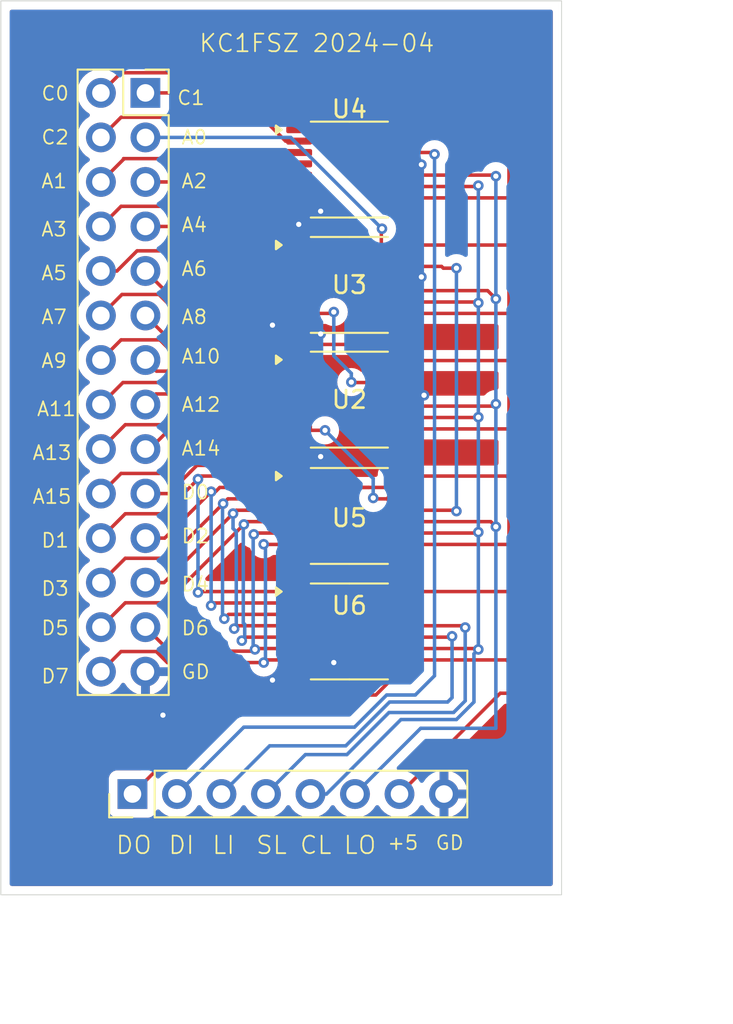
<source format=kicad_pcb>
(kicad_pcb (version 20240108) (generator "pcbnew") (generator_version "8.0")
  (layers (0 "F.Cu" signal) (31 "B.Cu" signal) (34 "B.Paste" user) (35 "F.Paste" user) (36 "B.SilkS" user "B.Silkscreen") (37 "F.SilkS" user "F.Silkscreen") (38 "B.Mask" user) (39 "F.Mask" user) (44 "Edge.Cuts" user))
  (net 0 "")
  (net 1 "LATCH_OUT")
  (net 2 "-SLOAD")
  (net 3 "DATA_OUT")
  (net 4 "LATCH_IN")
  (net 5 "CLOCK")
  (net 6 "GND")
  (net 7 "+5VD")
  (net 8 "DATA_IN")
  (net 9 "A2")
  (net 10 "C1")
  (net 11 "A4")
  (net 12 "Q3")
  (net 13 "A14")
  (net 14 "Q0")
  (net 15 "A9")
  (net 16 "A13")
  (net 17 "A11")
  (net 18 "A12")
  (net 19 "A6")
  (net 20 "A5")
  (net 21 "A0")
  (net 22 "Q5")
  (net 23 "Q4")
  (net 24 "A8")
  (net 25 "Q7")
  (net 26 "C0")
  (net 27 "A10")
  (net 28 "Q6")
  (net 29 "A7")
  (net 30 "Q1")
  (net 31 "A1")
  (net 32 "C2")
  (net 33 "Q2")
  (net 34 "A3")
  (net 35 "A15")
  (net 37 "C7")
  (footprint "Connector_PinSocket_2.54mm:PinSocket_2x14_P2.54mm_Vertical" (layer "F.Cu") (at 141 77.25)
    (property "Reference" "J2" (hide yes))
    (property "Value" "Conn_02x14_Odd_Even" (hide yes))
    (fp_line (start -3.87 -1.33) (end -3.87 34.35) (stroke (width 0.12)) (layer "F.SilkS"))
    (fp_line (start -3.87 -1.33) (end -1.27 -1.33) (stroke (width 0.12)) (layer "F.SilkS"))
    (fp_line (start -3.87 34.35) (end 1.33 34.35) (stroke (width 0.12)) (layer "F.SilkS"))
    (fp_line (start -1.27 -1.33) (end -1.27 1.27) (stroke (width 0.12)) (layer "F.SilkS"))
    (fp_line (start -1.27 1.27) (end 1.33 1.27) (stroke (width 0.12)) (layer "F.SilkS"))
    (fp_line (start 0 -1.33) (end 1.33 -1.33) (stroke (width 0.12)) (layer "F.SilkS"))
    (fp_line (start 1.33 -1.33) (end 1.33 0) (stroke (width 0.12)) (layer "F.SilkS"))
    (fp_line (start 1.33 1.27) (end 1.33 34.35) (stroke (width 0.12)) (layer "F.SilkS"))
    (pad "1" thru_hole rect (at 0 0) (size 1.7 1.7) (drill 1) (layers "*.Cu" "*.Mask") (net 10 "C1"))
    (pad "2" thru_hole oval (at -2.54 0) (size 1.7 1.7) (drill 1) (layers "*.Cu" "*.Mask") (net 26 "C0"))
    (pad "3" thru_hole oval (at 0 2.54) (size 1.7 1.7) (drill 1) (layers "*.Cu" "*.Mask") (net 21 "A0"))
    (pad "4" thru_hole oval (at -2.54 2.54) (size 1.7 1.7) (drill 1) (layers "*.Cu" "*.Mask") (net 32 "C2"))
    (pad "5" thru_hole oval (at 0 5.08) (size 1.7 1.7) (drill 1) (layers "*.Cu" "*.Mask") (net 9 "A2"))
    (pad "6" thru_hole oval (at -2.54 5.08) (size 1.7 1.7) (drill 1) (layers "*.Cu" "*.Mask") (net 31 "A1"))
    (pad "7" thru_hole oval (at 0 7.62) (size 1.7 1.7) (drill 1) (layers "*.Cu" "*.Mask") (net 11 "A4"))
    (pad "8" thru_hole oval (at -2.54 7.62) (size 1.7 1.7) (drill 1) (layers "*.Cu" "*.Mask") (net 34 "A3"))
    (pad "9" thru_hole oval (at 0 10.16) (size 1.7 1.7) (drill 1) (layers "*.Cu" "*.Mask") (net 19 "A6"))
    (pad "10" thru_hole oval (at -2.54 10.16) (size 1.7 1.7) (drill 1) (layers "*.Cu" "*.Mask") (net 20 "A5"))
    (pad "11" thru_hole oval (at 0 12.7) (size 1.7 1.7) (drill 1) (layers "*.Cu" "*.Mask") (net 24 "A8"))
    (pad "12" thru_hole oval (at -2.54 12.7) (size 1.7 1.7) (drill 1) (layers "*.Cu" "*.Mask") (net 29 "A7"))
    (pad "13" thru_hole oval (at 0 15.24) (size 1.7 1.7) (drill 1) (layers "*.Cu" "*.Mask") (net 27 "A10"))
    (pad "14" thru_hole oval (at -2.54 15.24) (size 1.7 1.7) (drill 1) (layers "*.Cu" "*.Mask") (net 15 "A9"))
    (pad "15" thru_hole oval (at 0 17.78) (size 1.7 1.7) (drill 1) (layers "*.Cu" "*.Mask") (net 18 "A12"))
    (pad "16" thru_hole oval (at -2.54 17.78) (size 1.7 1.7) (drill 1) (layers "*.Cu" "*.Mask") (net 17 "A11"))
    (pad "17" thru_hole oval (at 0 20.32) (size 1.7 1.7) (drill 1) (layers "*.Cu" "*.Mask") (net 13 "A14"))
    (pad "18" thru_hole oval (at -2.54 20.32) (size 1.7 1.7) (drill 1) (layers "*.Cu" "*.Mask") (net 16 "A13"))
    (pad "19" thru_hole oval (at 0 22.86) (size 1.7 1.7) (drill 1) (layers "*.Cu" "*.Mask") (net 14 "Q0"))
    (pad "20" thru_hole oval (at -2.54 22.86) (size 1.7 1.7) (drill 1) (layers "*.Cu" "*.Mask") (net 35 "A15"))
    (pad "21" thru_hole oval (at 0 25.4) (size 1.7 1.7) (drill 1) (layers "*.Cu" "*.Mask") (net 33 "Q2"))
    (pad "22" thru_hole oval (at -2.54 25.4) (size 1.7 1.7) (drill 1) (layers "*.Cu" "*.Mask") (net 30 "Q1"))
    (pad "23" thru_hole oval (at 0 27.94) (size 1.7 1.7) (drill 1) (layers "*.Cu" "*.Mask") (net 23 "Q4"))
    (pad "24" thru_hole oval (at -2.54 27.94) (size 1.7 1.7) (drill 1) (layers "*.Cu" "*.Mask") (net 12 "Q3"))
    (pad "25" thru_hole oval (at 0 30.48) (size 1.7 1.7) (drill 1) (layers "*.Cu" "*.Mask") (net 28 "Q6"))
    (pad "26" thru_hole oval (at -2.54 30.48) (size 1.7 1.7) (drill 1) (layers "*.Cu" "*.Mask") (net 22 "Q5"))
    (pad "27" thru_hole oval (at 0 33.02) (size 1.7 1.7) (drill 1) (layers "*.Cu" "*.Mask") (net 6 "GND"))
    (pad "28" thru_hole oval (at -2.54 33.02) (size 1.7 1.7) (drill 1) (layers "*.Cu" "*.Mask") (net 25 "Q7"))
  )
  (footprint "Package_SO:TSSOP-16_4.4x5mm_P0.65mm" (layer "F.Cu") (at 152.6375 107.975)
    (property "Reference" "U6" (at 0 -1.475 0) (layer "F.SilkS"))
    (property "Value" "74LS597" (hide yes))
    (fp_line (start 0 -2.735) (end -2.2 -2.735) (stroke (width 0.12)) (layer "F.SilkS"))
    (fp_line (start 0 -2.735) (end 2.2 -2.735) (stroke (width 0.12)) (layer "F.SilkS"))
    (fp_line (start 0 2.735) (end -2.2 2.735) (stroke (width 0.12)) (layer "F.SilkS"))
    (fp_line (start 0 2.735) (end 2.2 2.735) (stroke (width 0.12)) (layer "F.SilkS"))
    (fp_poly (pts (xy -3.86 -2.275) (xy -4.19 -2.515) (xy -4.19 -2.035) (xy -3.86 -2.275)) (stroke (width 0.12)) (fill solid) (layer "F.SilkS"))
    (pad "1" smd roundrect (at -2.8625 -2.275) (size 1.475 0.4) (layers "F.Cu" "F.Paste" "F.Mask") (net 30 "Q1"))
    (pad "2" smd roundrect (at -2.8625 -1.625) (size 1.475 0.4) (layers "F.Cu" "F.Paste" "F.Mask") (net 33 "Q2"))
    (pad "3" smd roundrect (at -2.8625 -0.975) (size 1.475 0.4) (layers "F.Cu" "F.Paste" "F.Mask") (net 12 "Q3"))
    (pad "4" smd roundrect (at -2.8625 -0.325) (size 1.475 0.4) (layers "F.Cu" "F.Paste" "F.Mask") (net 23 "Q4"))
    (pad "5" smd roundrect (at -2.8625 0.325) (size 1.475 0.4) (layers "F.Cu" "F.Paste" "F.Mask") (net 22 "Q5"))
    (pad "6" smd roundrect (at -2.8625 0.975) (size 1.475 0.4) (layers "F.Cu" "F.Paste" "F.Mask") (net 28 "Q6"))
    (pad "7" smd roundrect (at -2.8625 1.625) (size 1.475 0.4) (layers "F.Cu" "F.Paste" "F.Mask") (net 25 "Q7"))
    (pad "8" smd roundrect (at -2.8625 2.275) (size 1.475 0.4) (layers "F.Cu" "F.Paste" "F.Mask") (net 6 "GND"))
    (pad "9" smd roundrect (at 2.8625 2.275) (size 1.475 0.4) (layers "F.Cu" "F.Paste" "F.Mask") (net 3 "DATA_OUT"))
    (pad "10" smd roundrect (at 2.8625 1.625) (size 1.475 0.4) (layers "F.Cu" "F.Paste" "F.Mask") (net 7 "+5VD"))
    (pad "11" smd roundrect (at 2.8625 0.975) (size 1.475 0.4) (layers "F.Cu" "F.Paste" "F.Mask") (net 5 "CLOCK"))
    (pad "12" smd roundrect (at 2.8625 0.325) (size 1.475 0.4) (layers "F.Cu" "F.Paste" "F.Mask") (net 4 "LATCH_IN"))
    (pad "13" smd roundrect (at 2.8625 -0.325) (size 1.475 0.4) (layers "F.Cu" "F.Paste" "F.Mask") (net 2 "-SLOAD"))
    (pad "14" smd roundrect (at 2.8625 -0.975) (size 1.475 0.4) (layers "F.Cu" "F.Paste" "F.Mask"))
    (pad "15" smd roundrect (at 2.8625 -1.625) (size 1.475 0.4) (layers "F.Cu" "F.Paste" "F.Mask") (net 14 "Q0"))
    (pad "16" smd roundrect (at 2.8625 -2.275) (size 1.475 0.4) (layers "F.Cu" "F.Paste" "F.Mask") (net 7 "+5VD"))
  )
  (footprint "Package_SO:TSSOP-16_4.4x5mm_P0.65mm" (layer "F.Cu") (at 152.6375 88.205)
    (property "Reference" "U3" (at 0 0 0) (layer "F.SilkS"))
    (property "Value" "74HCT595" (hide yes))
    (fp_line (start 0 -2.735) (end -2.2 -2.735) (stroke (width 0.12)) (layer "F.SilkS"))
    (fp_line (start 0 -2.735) (end 2.2 -2.735) (stroke (width 0.12)) (layer "F.SilkS"))
    (fp_line (start 0 2.735) (end -2.2 2.735) (stroke (width 0.12)) (layer "F.SilkS"))
    (fp_line (start 0 2.735) (end 2.2 2.735) (stroke (width 0.12)) (layer "F.SilkS"))
    (fp_poly (pts (xy -3.86 -2.275) (xy -4.19 -2.515) (xy -4.19 -2.035) (xy -3.86 -2.275)) (stroke (width 0.12)) (fill solid) (layer "F.SilkS"))
    (pad "1" smd roundrect (at -2.8625 -2.275) (size 1.475 0.4) (layers "F.Cu" "F.Paste" "F.Mask") (net 31 "A1"))
    (pad "2" smd roundrect (at -2.8625 -1.625) (size 1.475 0.4) (layers "F.Cu" "F.Paste" "F.Mask") (net 9 "A2"))
    (pad "3" smd roundrect (at -2.8625 -0.975) (size 1.475 0.4) (layers "F.Cu" "F.Paste" "F.Mask") (net 34 "A3"))
    (pad "4" smd roundrect (at -2.8625 -0.325) (size 1.475 0.4) (layers "F.Cu" "F.Paste" "F.Mask") (net 11 "A4"))
    (pad "5" smd roundrect (at -2.8625 0.325) (size 1.475 0.4) (layers "F.Cu" "F.Paste" "F.Mask") (net 20 "A5"))
    (pad "6" smd roundrect (at -2.8625 0.975) (size 1.475 0.4) (layers "F.Cu" "F.Paste" "F.Mask") (net 19 "A6"))
    (pad "7" smd roundrect (at -2.8625 1.625) (size 1.475 0.4) (layers "F.Cu" "F.Paste" "F.Mask") (net 29 "A7"))
    (pad "8" smd roundrect (at -2.8625 2.275) (size 1.475 0.4) (layers "F.Cu" "F.Paste" "F.Mask") (net 6 "GND"))
    (pad "9" smd roundrect (at 2.8625 2.275) (size 1.475 0.4) (layers "F.Cu" "F.Paste" "F.Mask"))
    (pad "10" smd roundrect (at 2.8625 1.625) (size 1.475 0.4) (layers "F.Cu" "F.Paste" "F.Mask") (net 7 "+5VD"))
    (pad "11" smd roundrect (at 2.8625 0.975) (size 1.475 0.4) (layers "F.Cu" "F.Paste" "F.Mask") (net 5 "CLOCK"))
    (pad "12" smd roundrect (at 2.8625 0.325) (size 1.475 0.4) (layers "F.Cu" "F.Paste" "F.Mask") (net 1 "LATCH_OUT"))
    (pad "13" smd roundrect (at 2.8625 -0.325) (size 1.475 0.4) (layers "F.Cu" "F.Paste" "F.Mask") (net 6 "GND"))
    (pad "14" smd roundrect (at 2.8625 -0.975) (size 1.475 0.4) (layers "F.Cu" "F.Paste" "F.Mask") (net 37 "C7"))
    (pad "15" smd roundrect (at 2.8625 -1.625) (size 1.475 0.4) (layers "F.Cu" "F.Paste" "F.Mask") (net 21 "A0"))
    (pad "16" smd roundrect (at 2.8625 -2.275) (size 1.475 0.4) (layers "F.Cu" "F.Paste" "F.Mask") (net 7 "+5VD"))
  )
  (footprint "Connector_PinHeader_2.54mm:PinHeader_1x08_P2.54mm_Vertical" (layer "F.Cu") (at 140.26 117.25 90)
    (property "Reference" "J1" (hide yes))
    (property "Value" "Conn_01x08" (hide yes))
    (fp_line (start -1.33 -1.33) (end 0 -1.33) (stroke (width 0.12)) (layer "F.SilkS"))
    (fp_line (start -1.33 0) (end -1.33 -1.33) (stroke (width 0.12)) (layer "F.SilkS"))
    (fp_line (start 1.33 1.27) (end 1.33 19.11) (stroke (width 0.12)) (layer "F.SilkS"))
    (fp_line (start -1.33 1.27) (end 1.33 1.27) (stroke (width 0.12)) (layer "F.SilkS"))
    (fp_line (start -1.33 1.27) (end -1.33 19.11) (stroke (width 0.12)) (layer "F.SilkS"))
    (fp_line (start -1.33 19.11) (end 1.33 19.11) (stroke (width 0.12)) (layer "F.SilkS"))
    (pad "1" thru_hole rect (at 0 0 90) (size 1.7 1.7) (drill 1) (layers "*.Cu" "*.Mask") (net 3 "DATA_OUT"))
    (pad "2" thru_hole oval (at 0 2.54 90) (size 1.7 1.7) (drill 1) (layers "*.Cu" "*.Mask") (net 8 "DATA_IN"))
    (pad "3" thru_hole oval (at 0 5.08 90) (size 1.7 1.7) (drill 1) (layers "*.Cu" "*.Mask") (net 4 "LATCH_IN"))
    (pad "4" thru_hole oval (at 0 7.62 90) (size 1.7 1.7) (drill 1) (layers "*.Cu" "*.Mask") (net 2 "-SLOAD"))
    (pad "5" thru_hole oval (at 0 10.16 90) (size 1.7 1.7) (drill 1) (layers "*.Cu" "*.Mask") (net 5 "CLOCK"))
    (pad "6" thru_hole oval (at 0 12.7 90) (size 1.7 1.7) (drill 1) (layers "*.Cu" "*.Mask") (net 1 "LATCH_OUT"))
    (pad "7" thru_hole oval (at 0 15.24 90) (size 1.7 1.7) (drill 1) (layers "*.Cu" "*.Mask") (net 7 "+5VD"))
    (pad "8" thru_hole oval (at 0 17.78 90) (size 1.7 1.7) (drill 1) (layers "*.Cu" "*.Mask") (net 6 "GND"))
  )
  (footprint "Package_SO:TSSOP-16_4.4x5mm_P0.65mm" (layer "F.Cu") (at 152.6375 94.75)
    (property "Reference" "U2" (at 0 0 0) (layer "F.SilkS"))
    (property "Value" "74HCT595" (hide yes))
    (fp_line (start 0 -2.735) (end -2.2 -2.735) (stroke (width 0.12)) (layer "F.SilkS"))
    (fp_line (start 0 -2.735) (end 2.2 -2.735) (stroke (width 0.12)) (layer "F.SilkS"))
    (fp_line (start 0 2.735) (end -2.2 2.735) (stroke (width 0.12)) (layer "F.SilkS"))
    (fp_line (start 0 2.735) (end 2.2 2.735) (stroke (width 0.12)) (layer "F.SilkS"))
    (fp_poly (pts (xy -3.86 -2.275) (xy -4.19 -2.515) (xy -4.19 -2.035) (xy -3.86 -2.275)) (stroke (width 0.12)) (fill solid) (layer "F.SilkS"))
    (pad "1" smd roundrect (at -2.8625 -2.275) (size 1.475 0.4) (layers "F.Cu" "F.Paste" "F.Mask") (net 15 "A9"))
    (pad "2" smd roundrect (at -2.8625 -1.625) (size 1.475 0.4) (layers "F.Cu" "F.Paste" "F.Mask") (net 27 "A10"))
    (pad "3" smd roundrect (at -2.8625 -0.975) (size 1.475 0.4) (layers "F.Cu" "F.Paste" "F.Mask") (net 17 "A11"))
    (pad "4" smd roundrect (at -2.8625 -0.325) (size 1.475 0.4) (layers "F.Cu" "F.Paste" "F.Mask") (net 18 "A12"))
    (pad "5" smd roundrect (at -2.8625 0.325) (size 1.475 0.4) (layers "F.Cu" "F.Paste" "F.Mask") (net 16 "A13"))
    (pad "6" smd roundrect (at -2.8625 0.975) (size 1.475 0.4) (layers "F.Cu" "F.Paste" "F.Mask") (net 13 "A14"))
    (pad "7" smd roundrect (at -2.8625 1.625) (size 1.475 0.4) (layers "F.Cu" "F.Paste" "F.Mask") (net 35 "A15"))
    (pad "8" smd roundrect (at -2.8625 2.275) (size 1.475 0.4) (layers "F.Cu" "F.Paste" "F.Mask") (net 6 "GND"))
    (pad "9" smd roundrect (at 2.8625 2.275) (size 1.475 0.4) (layers "F.Cu" "F.Paste" "F.Mask"))
    (pad "10" smd roundrect (at 2.8625 1.625) (size 1.475 0.4) (layers "F.Cu" "F.Paste" "F.Mask") (net 7 "+5VD"))
    (pad "11" smd roundrect (at 2.8625 0.975) (size 1.475 0.4) (layers "F.Cu" "F.Paste" "F.Mask") (net 5 "CLOCK"))
    (pad "12" smd roundrect (at 2.8625 0.325) (size 1.475 0.4) (layers "F.Cu" "F.Paste" "F.Mask") (net 1 "LATCH_OUT"))
    (pad "13" smd roundrect (at 2.8625 -0.325) (size 1.475 0.4) (layers "F.Cu" "F.Paste" "F.Mask") (net 6 "GND"))
    (pad "14" smd roundrect (at 2.8625 -0.975) (size 1.475 0.4) (layers "F.Cu" "F.Paste" "F.Mask") (net 29 "A7"))
    (pad "15" smd roundrect (at 2.8625 -1.625) (size 1.475 0.4) (layers "F.Cu" "F.Paste" "F.Mask") (net 24 "A8"))
    (pad "16" smd roundrect (at 2.8625 -2.275) (size 1.475 0.4) (layers "F.Cu" "F.Paste" "F.Mask") (net 7 "+5VD"))
  )
  (footprint "Package_SO:TSSOP-16_4.4x5mm_P0.65mm" (layer "F.Cu") (at 152.6375 81.625)
    (property "Reference" "U4" (at 0 -3.45 0) (layer "F.SilkS"))
    (property "Value" "74HCT595" (hide yes))
    (fp_line (start 0 -2.735) (end -2.2 -2.735) (stroke (width 0.12)) (layer "F.SilkS"))
    (fp_line (start 0 -2.735) (end 2.2 -2.735) (stroke (width 0.12)) (layer "F.SilkS"))
    (fp_line (start 0 2.735) (end -2.2 2.735) (stroke (width 0.12)) (layer "F.SilkS"))
    (fp_line (start 0 2.735) (end 2.2 2.735) (stroke (width 0.12)) (layer "F.SilkS"))
    (fp_poly (pts (xy -3.86 -2.275) (xy -4.19 -2.515) (xy -4.19 -2.035) (xy -3.86 -2.275)) (stroke (width 0.12)) (fill solid) (layer "F.SilkS"))
    (pad "1" smd roundrect (at -2.8625 -2.275) (size 1.475 0.4) (layers "F.Cu" "F.Paste" "F.Mask") (net 10 "C1"))
    (pad "2" smd roundrect (at -2.8625 -1.625) (size 1.475 0.4) (layers "F.Cu" "F.Paste" "F.Mask") (net 32 "C2"))
    (pad "3" smd roundrect (at -2.8625 -0.975) (size 1.475 0.4) (layers "F.Cu" "F.Paste" "F.Mask"))
    (pad "4" smd roundrect (at -2.8625 -0.325) (size 1.475 0.4) (layers "F.Cu" "F.Paste" "F.Mask"))
    (pad "5" smd roundrect (at -2.8625 0.325) (size 1.475 0.4) (layers "F.Cu" "F.Paste" "F.Mask"))
    (pad "6" smd roundrect (at -2.8625 0.975) (size 1.475 0.4) (layers "F.Cu" "F.Paste" "F.Mask"))
    (pad "7" smd roundrect (at -2.8625 1.625) (size 1.475 0.4) (layers "F.Cu" "F.Paste" "F.Mask") (net 37 "C7"))
    (pad "8" smd roundrect (at -2.8625 2.275) (size 1.475 0.4) (layers "F.Cu" "F.Paste" "F.Mask") (net 6 "GND"))
    (pad "9" smd roundrect (at 2.8625 2.275) (size 1.475 0.4) (layers "F.Cu" "F.Paste" "F.Mask"))
    (pad "10" smd roundrect (at 2.8625 1.625) (size 1.475 0.4) (layers "F.Cu" "F.Paste" "F.Mask") (net 7 "+5VD"))
    (pad "11" smd roundrect (at 2.8625 0.975) (size 1.475 0.4) (layers "F.Cu" "F.Paste" "F.Mask") (net 5 "CLOCK"))
    (pad "12" smd roundrect (at 2.8625 0.325) (size 1.475 0.4) (layers "F.Cu" "F.Paste" "F.Mask") (net 1 "LATCH_OUT"))
    (pad "13" smd roundrect (at 2.8625 -0.325) (size 1.475 0.4) (layers "F.Cu" "F.Paste" "F.Mask") (net 6 "GND"))
    (pad "14" smd roundrect (at 2.8625 -0.975) (size 1.475 0.4) (layers "F.Cu" "F.Paste" "F.Mask") (net 8 "DATA_IN"))
    (pad "15" smd roundrect (at 2.8625 -1.625) (size 1.475 0.4) (layers "F.Cu" "F.Paste" "F.Mask") (net 26 "C0"))
    (pad "16" smd roundrect (at 2.8625 -2.275) (size 1.475 0.4) (layers "F.Cu" "F.Paste" "F.Mask") (net 7 "+5VD"))
  )
  (footprint "Package_SO:TSSOP-16_4.4x5mm_P0.65mm" (layer "F.Cu") (at 152.6375 101.385)
    (property "Reference" "U5" (at 0 0.115 0) (layer "F.SilkS"))
    (property "Value" "74HCT595" (hide yes))
    (fp_line (start 0 -2.735) (end -2.2 -2.735) (stroke (width 0.12)) (layer "F.SilkS"))
    (fp_line (start 0 -2.735) (end 2.2 -2.735) (stroke (width 0.12)) (layer "F.SilkS"))
    (fp_line (start 0 2.735) (end -2.2 2.735) (stroke (width 0.12)) (layer "F.SilkS"))
    (fp_line (start 0 2.735) (end 2.2 2.735) (stroke (width 0.12)) (layer "F.SilkS"))
    (fp_poly (pts (xy -3.86 -2.275) (xy -4.19 -2.515) (xy -4.19 -2.035) (xy -3.86 -2.275)) (stroke (width 0.12)) (fill solid) (layer "F.SilkS"))
    (pad "1" smd roundrect (at -2.8625 -2.275) (size 1.475 0.4) (layers "F.Cu" "F.Paste" "F.Mask") (net 30 "Q1"))
    (pad "2" smd roundrect (at -2.8625 -1.625) (size 1.475 0.4) (layers "F.Cu" "F.Paste" "F.Mask") (net 33 "Q2"))
    (pad "3" smd roundrect (at -2.8625 -0.975) (size 1.475 0.4) (layers "F.Cu" "F.Paste" "F.Mask") (net 12 "Q3"))
    (pad "4" smd roundrect (at -2.8625 -0.325) (size 1.475 0.4) (layers "F.Cu" "F.Paste" "F.Mask") (net 23 "Q4"))
    (pad "5" smd roundrect (at -2.8625 0.325) (size 1.475 0.4) (layers "F.Cu" "F.Paste" "F.Mask") (net 22 "Q5"))
    (pad "6" smd roundrect (at -2.8625 0.975) (size 1.475 0.4) (layers "F.Cu" "F.Paste" "F.Mask") (net 28 "Q6"))
    (pad "7" smd roundrect (at -2.8625 1.625) (size 1.475 0.4) (layers "F.Cu" "F.Paste" "F.Mask") (net 25 "Q7"))
    (pad "8" smd roundrect (at -2.8625 2.275) (size 1.475 0.4) (layers "F.Cu" "F.Paste" "F.Mask") (net 6 "GND"))
    (pad "9" smd roundrect (at 2.8625 2.275) (size 1.475 0.4) (layers "F.Cu" "F.Paste" "F.Mask"))
    (pad "10" smd roundrect (at 2.8625 1.625) (size 1.475 0.4) (layers "F.Cu" "F.Paste" "F.Mask") (net 7 "+5VD"))
    (pad "11" smd roundrect (at 2.8625 0.975) (size 1.475 0.4) (layers "F.Cu" "F.Paste" "F.Mask") (net 5 "CLOCK"))
    (pad "12" smd roundrect (at 2.8625 0.325) (size 1.475 0.4) (layers "F.Cu" "F.Paste" "F.Mask") (net 1 "LATCH_OUT"))
    (pad "13" smd roundrect (at 2.8625 -0.325) (size 1.475 0.4) (layers "F.Cu" "F.Paste" "F.Mask") (net 37 "C7"))
    (pad "14" smd roundrect (at 2.8625 -0.975) (size 1.475 0.4) (layers "F.Cu" "F.Paste" "F.Mask") (net 35 "A15"))
    (pad "15" smd roundrect (at 2.8625 -1.625) (size 1.475 0.4) (layers "F.Cu" "F.Paste" "F.Mask") (net 14 "Q0"))
    (pad "16" smd roundrect (at 2.8625 -2.275) (size 1.475 0.4) (layers "F.Cu" "F.Paste" "F.Mask") (net 7 "+5VD"))
  )
  (gr_rect (start 132.75 72) (end 164.75 123) (stroke (width 0.05)) (fill none) (layer "Edge.Cuts"))
  (gr_text "D7" (at 135 111 0) (layer "F.SilkS") (effects (font (size 0.8 0.8) (thickness 0.1)) (justify left bottom)))
  (gr_text "GD" (at 143 110.75 0) (layer "F.SilkS") (effects (font (size 0.8 0.8) (thickness 0.1)) (justify left bottom)))
  (gr_text "D0" (at 143 100.5 0) (layer "F.SilkS") (effects (font (size 0.8 0.8) (thickness 0.1)) (justify left bottom)))
  (gr_text "A9\n" (at 135 93 0) (layer "F.SilkS") (effects (font (size 0.8 0.8) (thickness 0.1)) (justify left bottom)))
  (gr_text "LO" (at 152.25 120.75 0) (layer "F.SilkS") (effects (font (size 1 1) (thickness 0.1)) (justify left bottom)))
  (gr_text "A4" (at 143 85.25 0) (layer "F.SilkS") (effects (font (size 0.8 0.8) (thickness 0.1)) (justify left bottom)))
  (gr_text "A2" (at 143 82.75 0) (layer "F.SilkS") (effects (font (size 0.8 0.8) (thickness 0.1)) (justify left bottom)))
  (gr_text "GD" (at 157.5 120.5 0) (layer "F.SilkS") (effects (font (size 0.8 0.8) (thickness 0.1)) (justify left bottom)))
  (gr_text "D2" (at 143 103 0) (layer "F.SilkS") (effects (font (size 0.8 0.8) (thickness 0.1)) (justify left bottom)))
  (gr_text "A15\n" (at 134.5 100.75 0) (layer "F.SilkS") (effects (font (size 0.8 0.8) (thickness 0.1)) (justify left bottom)))
  (gr_text "D6" (at 143 108.25 0) (layer "F.SilkS") (effects (font (size 0.8 0.8) (thickness 0.1)) (justify left bottom)))
  (gr_text "A8\n" (at 143 90.5 0) (layer "F.SilkS") (effects (font (size 0.8 0.8) (thickness 0.1)) (justify left bottom)))
  (gr_text "D3" (at 135 106 0) (layer "F.SilkS") (effects (font (size 0.8 0.8) (thickness 0.1)) (justify left bottom)))
  (gr_text "A6" (at 143 87.75 0) (layer "F.SilkS") (effects (font (size 0.8 0.8) (thickness 0.1)) (justify left bottom)))
  (gr_text "A13\n" (at 134.5 98.25 0) (layer "F.SilkS") (effects (font (size 0.8 0.8) (thickness 0.1)) (justify left bottom)))
  (gr_text "A0" (at 143 80.25 0) (layer "F.SilkS") (effects (font (size 0.8 0.8) (thickness 0.1)) (justify left bottom)))
  (gr_text "DI" (at 142.25 120.75 0) (layer "F.SilkS") (effects (font (size 1 1) (thickness 0.1)) (justify left bottom)))
  (gr_text "CL" (at 149.75 120.75 0) (layer "F.SilkS") (effects (font (size 1 1) (thickness 0.1)) (justify left bottom)))
  (gr_text "A14\n" (at 143 98 0) (layer "F.SilkS") (effects (font (size 0.8 0.8) (thickness 0.1)) (justify left bottom)))
  (gr_text "SL" (at 147.25 120.75 0) (layer "F.SilkS") (effects (font (size 1 1) (thickness 0.1)) (justify left bottom)))
  (gr_text "DO" (at 139.25 120.75 0) (layer "F.SilkS") (effects (font (size 1 1) (thickness 0.1)) (justify left bottom)))
  (gr_text "+5" (at 154.75 120.5 0) (layer "F.SilkS") (effects (font (size 0.8 0.8) (thickness 0.1)) (justify left bottom)))
  (gr_text "A12\n" (at 143 95.5 0) (layer "F.SilkS") (effects (font (size 0.8 0.8) (thickness 0.1)) (justify left bottom)))
  (gr_text "D4" (at 143 105.75 0) (layer "F.SilkS") (effects (font (size 0.8 0.8) (thickness 0.1)) (justify left bottom)))
  (gr_text "C2" (at 135 80.25 0) (layer "F.SilkS") (effects (font (size 0.8 0.8) (thickness 0.1)) (justify left bottom)))
  (gr_text "A5" (at 135 88 0) (layer "F.SilkS") (effects (font (size 0.8 0.8) (thickness 0.1)) (justify left bottom)))
  (gr_text "A11\n" (at 134.75 95.75 0) (layer "F.SilkS") (effects (font (size 0.8 0.8) (thickness 0.1)) (justify left bottom)))
  (gr_text "C1" (at 142.75 78 0) (layer "F.SilkS") (effects (font (size 0.8 0.8) (thickness 0.1)) (justify left bottom)))
  (gr_text "D1" (at 135 103.25 0) (layer "F.SilkS") (effects (font (size 0.8 0.8) (thickness 0.1)) (justify left bottom)))
  (gr_text "A7\n" (at 135 90.5 0) (layer "F.SilkS") (effects (font (size 0.8 0.8) (thickness 0.1)) (justify left bottom)))
  (gr_text "A3" (at 135 85.5 0) (layer "F.SilkS") (effects (font (size 0.8 0.8) (thickness 0.1)) (justify left bottom)))
  (gr_text "A10\n" (at 143 92.75 0) (layer "F.SilkS") (effects (font (size 0.8 0.8) (thickness 0.1)) (justify left bottom)))
  (gr_text "KC1FSZ 2024-04" (at 144 75 0) (layer "F.SilkS") (effects (font (size 1 1) (thickness 0.1)) (justify left bottom)))
  (gr_text "A1" (at 135 82.75 0) (layer "F.SilkS") (effects (font (size 0.8 0.8) (thickness 0.1)) (justify left bottom)))
  (gr_text "C0" (at 135 77.75 0) (layer "F.SilkS") (effects (font (size 0.8 0.8) (thickness 0.1)) (justify left bottom)))
  (gr_text "D5" (at 135 108.25 0) (layer "F.SilkS") (effects (font (size 0.8 0.8) (thickness 0.1)) (justify left bottom)))
  (gr_text "LI" (at 144.75 120.75 0) (layer "F.SilkS") (effects (font (size 1 1) (thickness 0.1)) (justify left bottom)))
  (segment (start 155.5 101.71) (end 160.71 101.71) (width 0.2) (layer "F.Cu") (net 1))
  (segment (start 160.94 81.94) (end 161 82) (width 0.2) (layer "F.Cu") (net 1))
  (segment (start 155.5 95.12) (end 160.88 95.12) (width 0.2) (layer "F.Cu") (net 1))
  (segment (start 160.53 88.53) (end 161 89) (width 0.2) (layer "F.Cu") (net 1))
  (segment (start 155.5 88.53) (end 160.53 88.53) (width 0.2) (layer "F.Cu") (net 1))
  (segment (start 155.5 81.94) (end 160.94 81.94) (width 0.2) (layer "F.Cu") (net 1))
  (segment (start 160.88 95.12) (end 161 95) (width 0.2) (layer "F.Cu") (net 1))
  (segment (start 160.71 101.71) (end 161 102) (width 0.2) (layer "F.Cu") (net 1))
  (via (at 161 89) (size 0.6) (drill 0.3) (layers "F.Cu" "B.Cu") (net 1))
  (via (at 161 82) (size 0.6) (drill 0.3) (layers "F.Cu" "B.Cu") (net 1))
  (via (at 161 102) (size 0.6) (drill 0.3) (layers "F.Cu" "B.Cu") (net 1))
  (via (at 161 95) (size 0.6) (drill 0.3) (layers "F.Cu" "B.Cu") (net 1))
  (segment (start 161 89) (end 161 95) (width 0.2) (layer "B.Cu") (net 1))
  (segment (start 161 95) (end 161 102) (width 0.2) (layer "B.Cu") (net 1))
  (segment (start 161 113.5) (end 156.71 113.5) (width 0.2) (layer "B.Cu") (net 1))
  (segment (start 161 102) (end 161 113.5) (width 0.2) (layer "B.Cu") (net 1))
  (segment (start 161 82) (end 161 89) (width 0.2) (layer "B.Cu") (net 1))
  (segment (start 156.71 113.5) (end 152.96 117.25) (width 0.2) (layer "B.Cu") (net 1))
  (segment (start 159.15 107.65) (end 159.25 107.75) (width 0.2) (layer "F.Cu") (net 2))
  (segment (start 155.5 107.65) (end 159.15 107.65) (width 0.2) (layer "F.Cu") (net 2))
  (via (at 159.25 107.75) (size 0.6) (drill 0.3) (layers "F.Cu" "B.Cu") (net 2))
  (segment (start 154.9 112.6) (end 152.5 115) (width 0.2) (layer "B.Cu") (net 2))
  (segment (start 159.25 107.75) (end 159.25 111.934314) (width 0.2) (layer "B.Cu") (net 2))
  (segment (start 152.5 115) (end 150.13 115) (width 0.2) (layer "B.Cu") (net 2))
  (segment (start 150.13 115) (end 147.88 117.25) (width 0.2) (layer "B.Cu") (net 2))
  (segment (start 159.25 111.934314) (end 158.584314 112.6) (width 0.2) (layer "B.Cu") (net 2))
  (segment (start 158.584314 112.6) (end 154.9 112.6) (width 0.2) (layer "B.Cu") (net 2))
  (segment (start 145.91 111.6) (end 140.26 117.25) (width 0.2) (layer "F.Cu") (net 3))
  (segment (start 154.15 111.6) (end 145.91 111.6) (width 0.2) (layer "F.Cu") (net 3))
  (segment (start 155.5 110.25) (end 154.15 111.6) (width 0.2) (layer "F.Cu") (net 3))
  (segment (start 158.45 108.3) (end 158.5 108.25) (width 0.2) (layer "F.Cu") (net 4))
  (segment (start 155.5 108.3) (end 158.45 108.3) (width 0.2) (layer "F.Cu") (net 4))
  (via (at 158.5 108.25) (size 0.6) (drill 0.3) (layers "F.Cu" "B.Cu") (net 4))
  (segment (start 152.434314 114.5) (end 148.09 114.5) (width 0.2) (layer "B.Cu") (net 4))
  (segment (start 154.934314 112) (end 152.434314 114.5) (width 0.2) (layer "B.Cu") (net 4))
  (segment (start 158.25 112) (end 154.934314 112) (width 0.2) (layer "B.Cu") (net 4))
  (segment (start 158.5 108.25) (end 158.5 111.75) (width 0.2) (layer "B.Cu") (net 4))
  (segment (start 148.09 114.5) (end 145.34 117.25) (width 0.2) (layer "B.Cu") (net 4))
  (segment (start 158.5 111.75) (end 158.25 112) (width 0.2) (layer "B.Cu") (net 4))
  (segment (start 155.5 89.18) (end 159.95 89.18) (width 0.2) (layer "F.Cu") (net 5))
  (segment (start 155.5 95.77) (end 159.98 95.77) (width 0.2) (layer "F.Cu") (net 5))
  (segment (start 159.95 102.36) (end 160 102.31) (width 0.2) (layer "F.Cu") (net 5))
  (segment (start 159.98 95.77) (end 160 95.75) (width 0.2) (layer "F.Cu") (net 5))
  (segment (start 155.5 108.95) (end 159.95 108.95) (width 0.2) (layer "F.Cu") (net 5))
  (segment (start 155.5 102.36) (end 159.95 102.36) (width 0.2) (layer "F.Cu") (net 5))
  (segment (start 159.95 82.59) (end 160 82.54) (width 0.2) (layer "F.Cu") (net 5))
  (segment (start 159.95 89.18) (end 160 89.23) (width 0.2) (layer "F.Cu") (net 5))
  (segment (start 159.95 108.95) (end 160 109) (width 0.2) (layer "F.Cu") (net 5))
  (segment (start 155.5 82.59) (end 159.95 82.59) (width 0.2) (layer "F.Cu") (net 5))
  (via (at 160 109) (size 0.6) (drill 0.3) (layers "F.Cu" "B.Cu") (net 5))
  (via (at 160 102.31) (size 0.6) (drill 0.3) (layers "F.Cu" "B.Cu") (net 5))
  (via (at 160 89.23) (size 0.6) (drill 0.3) (layers "F.Cu" "B.Cu") (net 5))
  (via (at 160 95.75) (size 0.6) (drill 0.3) (layers "F.Cu" "B.Cu") (net 5))
  (via (at 160 82.54) (size 0.6) (drill 0.3) (layers "F.Cu" "B.Cu") (net 5))
  (segment (start 158.75 113) (end 155.583654 113) (width 0.2) (layer "B.Cu") (net 5))
  (segment (start 151.333654 117.25) (end 150.42 117.25) (width 0.2) (layer "B.Cu") (net 5))
  (segment (start 160 82.54) (end 160 95.75) (width 0.2) (layer "B.Cu") (net 5))
  (segment (start 160 109) (end 159.75 109.25) (width 0.2) (layer "B.Cu") (net 5))
  (segment (start 160 95.75) (end 160 109) (width 0.2) (layer "B.Cu") (net 5))
  (segment (start 159.75 109.25) (end 159.75 112) (width 0.2) (layer "B.Cu") (net 5))
  (segment (start 159.75 112) (end 158.75 113) (width 0.2) (layer "B.Cu") (net 5))
  (segment (start 155.583654 113) (end 151.333654 117.25) (width 0.2) (layer "B.Cu") (net 5))
  (segment (start 148.27 90.48) (end 148.25 90.5) (width 0.2) (layer "F.Cu") (net 6))
  (segment (start 149.775 90.48) (end 150.48 90.48) (width 0.2) (layer "F.Cu") (net 6))
  (segment (start 141 110.27) (end 141 111.75) (width 0.2) (layer "F.Cu") (net 6))
  (segment (start 156.71 81.3) (end 156.75 81.34) (width 0.2) (layer "F.Cu") (net 6))
  (segment (start 156.825 94.425) (end 156.9 94.5) (width 0.2) (layer "F.Cu") (net 6))
  (segment (start 156.62 87.88) (end 156.75 87.75) (width 0.2) (layer "F.Cu") (net 6))
  (segment (start 155.5 94.425) (end 156.825 94.425) (width 0.2) (layer "F.Cu") (net 6))
  (segment (start 149.775 110.25) (end 148.75 110.25) (width 0.2) (layer "F.Cu") (net 6))
  (segment (start 149.775 97.025) (end 150.025 97.025) (width 0.2) (layer "F.Cu") (net 6))
  (segment (start 155.5 87.88) (end 156.62 87.88) (width 0.2) (layer "F.Cu") (net 6))
  (segment (start 150.9 83.9) (end 151 84) (width 0.2) (layer "F.Cu") (net 6))
  (segment (start 155.5 81.3) (end 156.71 81.3) (width 0.2) (layer "F.Cu") (net 6))
  (segment (start 149.775 110.25) (end 150.25 110.25) (width 0.2) (layer "F.Cu") (net 6))
  (segment (start 149.775 83.9) (end 150.9 83.9) (width 0.2) (layer "F.Cu") (net 6))
  (segment (start 151.25 110.25) (end 151.75 109.75) (width 0.2) (layer "F.Cu") (net 6))
  (segment (start 149.775 110.25) (end 151.25 110.25) (width 0.2) (layer "F.Cu") (net 6))
  (segment (start 148.75 110.25) (end 148.25 110.75) (width 0.2) (layer "F.Cu") (net 6))
  (segment (start 149.775 83.9) (end 149.775 84.725) (width 0.2) (layer "F.Cu") (net 6))
  (segment (start 149.775 84.725) (end 149.75 84.75) (width 0.2) (layer "F.Cu") (net 6))
  (segment (start 149.775 90.48) (end 148.27 90.48) (width 0.2) (layer "F.Cu") (net 6))
  (segment (start 141 111.75) (end 142 112.75) (width 0.2) (layer "F.Cu") (net 6))
  (segment (start 150.025 97.025) (end 151 98) (width 0.2) (layer "F.Cu") (net 6))
  (segment (start 150.48 90.48) (end 151 91) (width 0.2) (layer "F.Cu") (net 6))
  (via (at 151 98) (size 0.6) (drill 0.3) (layers "F.Cu" "B.Cu") (net 6))
  (via (at 156.75 87.75) (size 0.6) (drill 0.3) (layers "F.Cu" "B.Cu") (net 6))
  (via (at 156.75 81.34) (size 0.6) (drill 0.3) (layers "F.Cu" "B.Cu") (net 6))
  (via (at 142 112.75) (size 0.6) (drill 0.3) (layers "F.Cu" "B.Cu") (net 6))
  (via (at 149.75 84.75) (size 0.6) (drill 0.3) (layers "F.Cu" "B.Cu") (net 6))
  (via (at 148.25 110.75) (size 0.6) (drill 0.3) (layers "F.Cu" "B.Cu") (net 6))
  (via (at 151 91) (size 0.6) (drill 0.3) (layers "F.Cu" "B.Cu") (net 6))
  (via (at 151 84) (size 0.6) (drill 0.3) (layers "F.Cu" "B.Cu") (net 6))
  (via (at 156.9 94.5) (size 0.6) (drill 0.3) (layers "F.Cu" "B.Cu") (net 6))
  (via (at 148.25 90.5) (size 0.6) (drill 0.3) (layers "F.Cu" "B.Cu") (net 6))
  (via (at 151.75 109.75) (size 0.6) (drill 0.3) (layers "F.Cu" "B.Cu") (net 6))
  (segment (start 161.75 83.25) (end 161.75 86) (width 0.2) (layer "F.Cu") (net 7))
  (segment (start 161.75 79.25) (end 161.75 83.25) (width 0.2) (layer "F.Cu") (net 7))
  (segment (start 155.5 83.24) (end 161.74 83.24) (width 0.2) (layer "F.Cu") (net 7))
  (segment (start 161.75 111.5) (end 161.25 111.5) (width 0.2) (layer "F.Cu") (net 7))
  (segment (start 161.75 96.5) (end 161.75 99.25) (width 0.2) (layer "F.Cu") (net 7))
  (segment (start 161.66 79.34) (end 161.75 79.25) (width 0.2) (layer "F.Cu") (net 7))
  (segment (start 161.7 105.7) (end 161.75 105.75) (width 0.2) (layer "F.Cu") (net 7))
  (segment (start 161.68 85.93) (end 161.75 86) (width 0.2) (layer "F.Cu") (net 7))
  (segment (start 161.74 83.24) (end 161.75 83.25) (width 0.2) (layer "F.Cu") (net 7))
  (segment (start 155.5 105.7) (end 161.7 105.7) (width 0.2) (layer "F.Cu") (net 7))
  (segment (start 155.5 103.01) (end 161.74 103.01) (width 0.2) (layer "F.Cu") (net 7))
  (segment (start 155.5 96.42) (end 161.67 96.42) (width 0.2) (layer "F.Cu") (net 7))
  (segment (start 161.75 103) (end 161.75 105.75) (width 0.2) (layer "F.Cu") (net 7))
  (segment (start 161.6 109.6) (end 161.75 109.75) (width 0.2) (layer "F.Cu") (net 7))
  (segment (start 161.75 109.75) (end 161.75 111.5) (width 0.2) (layer "F.Cu") (net 7))
  (segment (start 161.73 92.52) (end 161.75 92.5) (width 0.2) (layer "F.Cu") (net 7))
  (segment (start 155.5 85.93) (end 161.68 85.93) (width 0.2) (layer "F.Cu") (net 7))
  (segment (start 161.75 92.5) (end 161.75 96.5) (width 0.2) (layer "F.Cu") (net 7))
  (segment (start 155.5 109.6) (end 161.6 109.6) (width 0.2) (layer "F.Cu") (net 7))
  (segment (start 161.25 111.5) (end 155.5 117.25) (width 0.2) (layer "F.Cu") (net 7))
  (segment (start 155.5 79.34) (end 161.66 79.34) (width 0.2) (layer "F.Cu") (net 7))
  (segment (start 161.75 105.75) (end 161.75 109.75) (width 0.2) (layer "F.Cu") (net 7))
  (segment (start 161.67 89.83) (end 161.75 89.75) (width 0.2) (layer "F.Cu") (net 7))
  (segment (start 161.75 99.25) (end 161.75 103) (width 0.2) (layer "F.Cu") (net 7))
  (segment (start 155.5 99.11) (end 161.61 99.11) (width 0.2) (layer "F.Cu") (net 7))
  (segment (start 155.5 89.83) (end 161.67 89.83) (width 0.2) (layer "F.Cu") (net 7))
  (segment (start 161.74 103.01) (end 161.75 103) (width 0.2) (layer "F.Cu") (net 7))
  (segment (start 155.5 92.52) (end 161.73 92.52) (width 0.2) (layer "F.Cu") (net 7))
  (segment (start 161.61 99.11) (end 161.75 99.25) (width 0.2) (layer "F.Cu") (net 7))
  (segment (start 161.75 86) (end 161.75 89.75) (width 0.2) (layer "F.Cu") (net 7))
  (segment (start 161.75 89.75) (end 161.75 92.5) (width 0.2) (layer "F.Cu") (net 7))
  (segment (start 161.67 96.42) (end 161.75 96.5) (width 0.2) (layer "F.Cu") (net 7))
  (segment (start 155.5 80.65) (end 157.4 80.65) (width 0.2) (layer "F.Cu") (net 8))
  (segment (start 157.4 80.65) (end 157.5 80.75) (width 0.2) (layer "F.Cu") (net 8))
  (via (at 157.5 80.75) (size 0.6) (drill 0.3) (layers "F.Cu" "B.Cu") (net 8))
  (segment (start 157.5 80.75) (end 157.5 110.5) (width 0.2) (layer "B.Cu") (net 8))
  (segment (start 157.5 110.5) (end 156.4 111.6) (width 0.2) (layer "B.Cu") (net 8))
  (segment (start 152.934314 113.434314) (end 146.615686 113.434314) (width 0.2) (layer "B.Cu") (net 8))
  (segment (start 154.768628 111.6) (end 152.934314 113.434314) (width 0.2) (layer "B.Cu") (net 8))
  (segment (start 156.4 111.6) (end 154.768628 111.6) (width 0.2) (layer "B.Cu") (net 8))
  (segment (start 146.615686 113.434314) (end 142.8 117.25) (width 0.2) (layer "B.Cu") (net 8))
  (segment (start 145.08 82.33) (end 146.25 83.5) (width 0.2) (layer "F.Cu") (net 9))
  (segment (start 141 82.33) (end 145.08 82.33) (width 0.2) (layer "F.Cu") (net 9))
  (segment (start 146.25 83.5) (end 146.25 83.792499) (width 0.2) (layer "F.Cu") (net 9))
  (segment (start 149.037501 86.58) (end 149.775 86.58) (width 0.2) (layer "F.Cu") (net 9))
  (segment (start 146.25 83.792499) (end 149.037501 86.58) (width 0.2) (layer "F.Cu") (net 9))
  (segment (start 141 77.25) (end 147.675 77.25) (width 0.2) (layer "F.Cu") (net 10))
  (segment (start 147.675 77.25) (end 149.775 79.35) (width 0.2) (layer "F.Cu") (net 10))
  (segment (start 141 84.87) (end 145.62 84.87) (width 0.2) (layer "F.Cu") (net 11))
  (segment (start 145.62 84.87) (end 148.63 87.88) (width 0.2) (layer "F.Cu") (net 11))
  (segment (start 148.63 87.88) (end 149.775 87.88) (width 0.2) (layer "F.Cu") (net 11))
  (segment (start 149.775 107) (end 145.75 107) (width 0.2) (layer "F.Cu") (net 12))
  (segment (start 149.775 100.41) (end 145.708626 100.41) (width 0.2) (layer "F.Cu") (net 12))
  (segment (start 139.85 103.8) (end 142.318626 103.8) (width 0.2) (layer "F.Cu") (net 12))
  (segment (start 145.708626 100.41) (end 145.434313 100.684313) (width 0.2) (layer "F.Cu") (net 12))
  (segment (start 142.318626 103.8) (end 145.434313 100.684313) (width 0.2) (layer "F.Cu") (net 12))
  (segment (start 145.75 107) (end 145.5 107.25) (width 0.2) (layer "F.Cu") (net 12))
  (segment (start 138.46 105.19) (end 139.85 103.8) (width 0.2) (layer "F.Cu") (net 12))
  (via (at 145.5 107.25) (size 0.6) (drill 0.3) (layers "F.Cu" "B.Cu") (net 12))
  (via (at 145.434313 100.684313) (size 0.6) (drill 0.3) (layers "F.Cu" "B.Cu") (net 12))
  (segment (start 145.434313 100.684313) (end 145.4 100.718626) (width 0.2) (layer "B.Cu") (net 12))
  (segment (start 145.4 107.15) (end 145.5 107.25) (width 0.2) (layer "B.Cu") (net 12))
  (segment (start 145.4 100.718626) (end 145.4 107.15) (width 0.2) (layer "B.Cu") (net 12))
  (segment (start 141.245686 97.57) (end 143.090686 95.725) (width 0.2) (layer "F.Cu") (net 13))
  (segment (start 141 97.57) (end 141.245686 97.57) (width 0.2) (layer "F.Cu") (net 13))
  (segment (start 143.090686 95.725) (end 149.775 95.725) (width 0.2) (layer "F.Cu") (net 13))
  (segment (start 153.75 99.76) (end 152.75 99.76) (width 0.2) (layer "F.Cu") (net 14))
  (segment (start 143.935927 98.5) (end 150.651471 98.5) (width 0.2) (layer "F.Cu") (net 14))
  (segment (start 141 100.11) (end 142.325927 100.11) (width 0.2) (layer "F.Cu") (net 14))
  (segment (start 155.5 106.35) (end 154.844044 106.35) (width 0.2) (layer "F.Cu") (net 14))
  (segment (start 155.5 99.76) (end 153.75 99.76) (width 0.2) (layer "F.Cu") (net 14))
  (segment (start 150.651471 98.5) (end 151.911471 99.76) (width 0.2) (layer "F.Cu") (net 14))
  (segment (start 152.75 104.255956) (end 152.75 99.76) (width 0.2) (layer "F.Cu") (net 14))
  (segment (start 151.911471 99.76) (end 153.75 99.76) (width 0.2) (layer "F.Cu") (net 14))
  (segment (start 142.325927 100.11) (end 143.935927 98.5) (width 0.2) (layer "F.Cu") (net 14))
  (segment (start 154.844044 106.35) (end 152.75 104.255956) (width 0.2) (layer "F.Cu") (net 14))
  (segment (start 139.61 91.34) (end 141.824314 91.34) (width 0.2) (layer "F.Cu") (net 15))
  (segment (start 141.824314 91.34) (end 142.959314 92.475) (width 0.2) (layer "F.Cu") (net 15))
  (segment (start 142.959314 92.475) (end 149.775 92.475) (width 0.2) (layer "F.Cu") (net 15))
  (segment (start 138.46 92.49) (end 139.61 91.34) (width 0.2) (layer "F.Cu") (net 15))
  (segment (start 143.75 95) (end 143.825 95.075) (width 0.2) (layer "F.Cu") (net 16))
  (segment (start 138.46 97.57) (end 139.85 96.18) (width 0.2) (layer "F.Cu") (net 16))
  (segment (start 143.825 95.075) (end 149.775 95.075) (width 0.2) (layer "F.Cu") (net 16))
  (segment (start 143.25 95) (end 143.75 95) (width 0.2) (layer "F.Cu") (net 16))
  (segment (start 139.85 96.18) (end 142.07 96.18) (width 0.2) (layer "F.Cu") (net 16))
  (segment (start 142.07 96.18) (end 143.25 95) (width 0.2) (layer "F.Cu") (net 16))
  (segment (start 138.46 95.03) (end 139.715 93.775) (width 0.2) (layer "F.Cu") (net 17))
  (segment (start 139.715 93.775) (end 149.775 93.775) (width 0.2) (layer "F.Cu") (net 17))
  (segment (start 141 95.03) (end 141.605 94.425) (width 0.2) (layer "F.Cu") (net 18))
  (segment (start 141.605 94.425) (end 149.775 94.425) (width 0.2) (layer "F.Cu") (net 18))
  (segment (start 141 87.41) (end 142.77 89.18) (width 0.2) (layer "F.Cu") (net 19))
  (segment (start 142.77 89.18) (end 149.775 89.18) (width 0.2) (layer "F.Cu") (net 19))
  (segment (start 140.523654 86.26) (end 146.01 86.26) (width 0.2) (layer "F.Cu") (net 20))
  (segment (start 148.28 88.53) (end 149.775 88.53) (width 0.2) (layer "F.Cu") (net 20))
  (segment (start 139.373654 87.41) (end 140.523654 86.26) (width 0.2) (layer "F.Cu") (net 20))
  (segment (start 138.46 87.41) (end 139.373654 87.41) (width 0.2) (layer "F.Cu") (net 20))
  (segment (start 146.01 86.26) (end 148.28 88.53) (width 0.2) (layer "F.Cu") (net 20))
  (segment (start 154.762501 86.58) (end 154.4625 86.279999) (width 0.2) (layer "F.Cu") (net 21))
  (segment (start 154.4625 86.279999) (end 154.4625 85.0375) (width 0.2) (layer "F.Cu") (net 21))
  (segment (start 154.4625 85.0375) (end 154.5 85) (width 0.2) (layer "F.Cu") (net 21))
  (segment (start 155.5 86.58) (end 154.762501 86.58) (width 0.2) (layer "F.Cu") (net 21))
  (via (at 154.5 85) (size 0.6) (drill 0.3) (layers "F.Cu" "B.Cu") (net 21))
  (segment (start 154.5 85) (end 149.29 79.79) (width 0.2) (layer "B.Cu") (net 21))
  (segment (start 149.29 79.79) (end 141 79.79) (width 0.2) (layer "B.Cu") (net 21))
  (segment (start 138.46 107.73) (end 139.85 106.34) (width 0.2) (layer "F.Cu") (net 22))
  (segment (start 149.775 108.3) (end 146.7 108.3) (width 0.2) (layer "F.Cu") (net 22))
  (segment (start 146.7 108.3) (end 146.5 108.5) (width 0.2) (layer "F.Cu") (net 22))
  (segment (start 142.147252 106.34) (end 146.618626 101.868626) (width 0.2) (layer "F.Cu") (net 22))
  (segment (start 146.777252 101.71) (end 146.618626 101.868626) (width 0.2) (layer "F.Cu") (net 22))
  (segment (start 149.775 101.71) (end 146.777252 101.71) (width 0.2) (layer "F.Cu") (net 22))
  (segment (start 139.85 106.34) (end 142.147252 106.34) (width 0.2) (layer "F.Cu") (net 22))
  (via (at 146.618626 101.868626) (size 0.6) (drill 0.3) (layers "F.Cu" "B.Cu") (net 22))
  (via (at 146.5 108.5) (size 0.6) (drill 0.3) (layers "F.Cu" "B.Cu") (net 22))
  (segment (start 146.665687 107.567158) (end 146.665687 108.334313) (width 0.2) (layer "B.Cu") (net 22))
  (segment (start 146.618626 101.868626) (end 146.584313 101.902939) (width 0.2) (layer "B.Cu") (net 22))
  (segment (start 146.584313 101.902939) (end 146.584313 107.485784) (width 0.2) (layer "B.Cu") (net 22))
  (segment (start 146.665687 108.334313) (end 146.5 108.5) (width 0.2) (layer "B.Cu") (net 22))
  (segment (start 146.584313 107.485784) (end 146.665687 107.567158) (width 0.2) (layer "B.Cu") (net 22))
  (segment (start 141 105.19) (end 142.06 105.19) (width 0.2) (layer "F.Cu") (net 23))
  (segment (start 146.19 101.06) (end 146 101.25) (width 0.2) (layer "F.Cu") (net 23))
  (segment (start 149.775 107.65) (end 146.231374 107.65) (width 0.2) (layer "F.Cu") (net 23))
  (segment (start 146.231374 107.65) (end 146.065687 107.815687) (width 0.2) (layer "F.Cu") (net 23))
  (segment (start 142.06 105.19) (end 146 101.25) (width 0.2) (layer "F.Cu") (net 23))
  (segment (start 149.775 101.06) (end 146.19 101.06) (width 0.2) (layer "F.Cu") (net 23))
  (via (at 146 101.25) (size 0.6) (drill 0.3) (layers "F.Cu" "B.Cu") (net 23))
  (via (at 146.065687 107.815687) (size 0.6) (drill 0.3) (layers "F.Cu" "B.Cu") (net 23))
  (segment (start 146 101.25) (end 146 102.098529) (width 0.2) (layer "B.Cu") (net 23))
  (segment (start 146.184313 102.282842) (end 146.184313 107.697061) (width 0.2) (layer "B.Cu") (net 23))
  (segment (start 146 102.098529) (end 146.184313 102.282842) (width 0.2) (layer "B.Cu") (net 23))
  (segment (start 146.184313 107.697061) (end 146.065687 107.815687) (width 0.2) (layer "B.Cu") (net 23))
  (segment (start 153.1 91.6) (end 154.625 93.125) (width 0.2) (layer "F.Cu") (net 24))
  (segment (start 141 89.95) (end 142.65 91.6) (width 0.2) (layer "F.Cu") (net 24))
  (segment (start 154.625 93.125) (end 155.5 93.125) (width 0.2) (layer "F.Cu") (net 24))
  (segment (start 142.65 91.6) (end 153.1 91.6) (width 0.2) (layer "F.Cu") (net 24))
  (segment (start 149.775 103.01) (end 147.76 103.01) (width 0.2) (layer "F.Cu") (net 25))
  (segment (start 147.9 109.6) (end 147.75 109.75) (width 0.2) (layer "F.Cu") (net 25))
  (segment (start 142.25 109.75) (end 147.75 109.75) (width 0.2) (layer "F.Cu") (net 25))
  (segment (start 149.775 109.6) (end 147.9 109.6) (width 0.2) (layer "F.Cu") (net 25))
  (segment (start 147.76 103.01) (end 147.75 103) (width 0.2) (layer "F.Cu") (net 25))
  (segment (start 138.46 110.27) (end 139.61 109.12) (width 0.2) (layer "F.Cu") (net 25))
  (segment (start 141.62 109.12) (end 142.25 109.75) (width 0.2) (layer "F.Cu") (net 25))
  (segment (start 139.61 109.12) (end 141.62 109.12) (width 0.2) (layer "F.Cu") (net 25))
  (via (at 147.75 103) (size 0.6) (drill 0.3) (layers "F.Cu" "B.Cu") (net 25))
  (via (at 147.75 109.75) (size 0.6) (drill 0.3) (layers "F.Cu" "B.Cu") (net 25))
  (segment (start 147.85 109.65) (end 147.75 109.75) (width 0.2) (layer "B.Cu") (net 25))
  (segment (start 147.75 103) (end 147.85 103.1) (width 0.2) (layer "B.Cu") (net 25))
  (segment (start 147.85 103.1) (end 147.85 109.65) (width 0.2) (layer "B.Cu") (net 25))
  (segment (start 150.862501 76.1) (end 154.762501 80) (width 0.2) (layer "F.Cu") (net 26))
  (segment (start 138.46 77.25) (end 139.61 76.1) (width 0.2) (layer "F.Cu") (net 26))
  (segment (start 139.61 76.1) (end 150.862501 76.1) (width 0.2) (layer "F.Cu") (net 26))
  (segment (start 154.762501 80) (end 155.5 80) (width 0.2) (layer "F.Cu") (net 26))
  (segment (start 141.635 93.125) (end 149.775 93.125) (width 0.2) (layer "F.Cu") (net 27))
  (segment (start 141 92.49) (end 141.635 93.125) (width 0.2) (layer "F.Cu") (net 27))
  (segment (start 142.37 109.1) (end 147.15 109.1) (width 0.2) (layer "F.Cu") (net 28))
  (segment (start 149.775 102.36) (end 147.258626 102.36) (width 0.2) (layer "F.Cu") (net 28))
  (segment (start 149.775 108.95) (end 147.3 108.95) (width 0.2) (layer "F.Cu") (net 28))
  (segment (start 147.258626 102.36) (end 147.184313 102.434313) (width 0.2) (layer "F.Cu") (net 28))
  (segment (start 147.3 108.95) (end 147.25 109) (width 0.2) (layer "F.Cu") (net 28))
  (segment (start 147.15 109.1) (end 147.25 109) (width 0.2) (layer "F.Cu") (net 28))
  (segment (start 141 107.73) (end 142.37 109.1) (width 0.2) (layer "F.Cu") (net 28))
  (via (at 147.184313 102.434313) (size 0.6) (drill 0.3) (layers "F.Cu" "B.Cu") (net 28))
  (via (at 147.25 109) (size 0.6) (drill 0.3) (layers "F.Cu" "B.Cu") (net 28))
  (segment (start 147.15 108.9) (end 147.25 109) (width 0.2) (layer "B.Cu") (net 28))
  (segment (start 147.184313 102.434313) (end 147.15 102.468626) (width 0.2) (layer "B.Cu") (net 28))
  (segment (start 147.15 102.468626) (end 147.15 108.9) (width 0.2) (layer "B.Cu") (net 28))
  (segment (start 139.66 88.75) (end 141.774314 88.75) (width 0.2) (layer "F.Cu") (net 29))
  (segment (start 141.774314 88.75) (end 142.854314 89.83) (width 0.2) (layer "F.Cu") (net 29))
  (segment (start 138.46 89.95) (end 139.66 88.75) (width 0.2) (layer "F.Cu") (net 29))
  (segment (start 142.854314 89.83) (end 149.775 89.83) (width 0.2) (layer "F.Cu") (net 29))
  (segment (start 151.67 89.83) (end 149.775 89.83) (width 0.2) (layer "F.Cu") (net 29))
  (segment (start 151.75 89.75) (end 151.67 89.83) (width 0.2) (layer "F.Cu") (net 29))
  (segment (start 152.775 93.775) (end 152.75 93.75) (width 0.2) (layer "F.Cu") (net 29))
  (segment (start 155.5 93.775) (end 152.775 93.775) (width 0.2) (layer "F.Cu") (net 29))
  (via (at 151.75 89.75) (size 0.6) (drill 0.3) (layers "F.Cu" "B.Cu") (net 29))
  (via (at 152.75 93.75) (size 0.6) (drill 0.3) (layers "F.Cu" "B.Cu") (net 29))
  (segment (start 152.75 93.75) (end 152.75 93.25) (width 0.2) (layer "B.Cu") (net 29))
  (segment (start 151.75 92.25) (end 151.75 89.75) (width 0.2) (layer "B.Cu") (net 29))
  (segment (start 152.75 93.25) (end 151.75 92.25) (width 0.2) (layer "B.Cu") (net 29))
  (segment (start 144.05 105.7) (end 144 105.75) (width 0.2) (layer "F.Cu") (net 30))
  (segment (start 138.46 102.65) (end 139.85 101.26) (width 0.2) (layer "F.Cu") (net 30))
  (segment (start 144.174456 99.11) (end 144 99.284456) (width 0.2) (layer "F.Cu") (net 30))
  (segment (start 149.775 105.7) (end 144.05 105.7) (width 0.2) (layer "F.Cu") (net 30))
  (segment (start 142.024456 101.26) (end 144 99.284456) (width 0.2) (layer "F.Cu") (net 30))
  (segment (start 139.85 101.26) (end 142.024456 101.26) (width 0.2) (layer "F.Cu") (net 30))
  (segment (start 149.775 99.11) (end 144.174456 99.11) (width 0.2) (layer "F.Cu") (net 30))
  (via (at 144 105.75) (size 0.6) (drill 0.3) (layers "F.Cu" "B.Cu") (net 30))
  (via (at 144 99.284456) (size 0.6) (drill 0.3) (layers "F.Cu" "B.Cu") (net 30))
  (segment (start 144 99.284456) (end 144 105.75) (width 0.2) (layer "B.Cu") (net 30))
  (segment (start 139.75 81.04) (end 139.75 81) (width 0.2) (layer "F.Cu") (net 31))
  (segment (start 139.75 81) (end 144.845 81) (width 0.2) (layer "F.Cu") (net 31))
  (segment (start 144.845 81) (end 149.775 85.93) (width 0.2) (layer "F.Cu") (net 31))
  (segment (start 138.46 82.33) (end 139.75 81.04) (width 0.2) (layer "F.Cu") (net 31))
  (segment (start 147.64 78.64) (end 149 80) (width 0.2) (layer "F.Cu") (net 32))
  (segment (start 149 80) (end 149.775 80) (width 0.2) (layer "F.Cu") (net 32))
  (segment (start 139.61 78.64) (end 147.64 78.64) (width 0.2) (layer "F.Cu") (net 32))
  (segment (start 138.46 79.79) (end 139.61 78.64) (width 0.2) (layer "F.Cu") (net 32))
  (segment (start 141 102.65) (end 142.1 102.65) (width 0.2) (layer "F.Cu") (net 33))
  (segment (start 144.9 106.35) (end 144.75 106.5) (width 0.2) (layer "F.Cu") (net 33))
  (segment (start 149.775 106.35) (end 144.9 106.35) (width 0.2) (layer "F.Cu") (net 33))
  (segment (start 149.775 99.76) (end 145.24 99.76) (width 0.2) (layer "F.Cu") (net 33))
  (segment (start 142.1 102.65) (end 144.75 100) (width 0.2) (layer "F.Cu") (net 33))
  (segment (start 145.24 99.76) (end 145 100) (width 0.2) (layer "F.Cu") (net 33))
  (via (at 144.75 100) (size 0.6) (drill 0.3) (layers "F.Cu" "B.Cu") (net 33))
  (via (at 144.75 106.5) (size 0.6) (drill 0.3) (layers "F.Cu" "B.Cu") (net 33))
  (segment (start 144.75 100) (end 144.75 106.5) (width 0.2) (layer "B.Cu") (net 33))
  (segment (start 139.61 83.72) (end 142.22 83.72) (width 0.2) (layer "F.Cu") (net 34))
  (segment (start 142.25 83.75) (end 145.5 83.75) (width 0.2) (layer "F.Cu") (net 34))
  (segment (start 142.22 83.72) (end 142.25 83.75) (width 0.2) (layer "F.Cu") (net 34))
  (segment (start 148.98 87.23) (end 149.775 87.23) (width 0.2) (layer "F.Cu") (net 34))
  (segment (start 145.5 83.75) (end 148.98 87.23) (width 0.2) (layer "F.Cu") (net 34))
  (segment (start 138.46 84.87) (end 139.61 83.72) (width 0.2) (layer "F.Cu") (net 34))
  (segment (start 154.05 100.41) (end 154 100.36) (width 0.2) (layer "F.Cu") (net 35))
  (segment (start 151.25 96.5) (end 149.9 96.5) (width 0.2) (layer "F.Cu") (net 35))
  (segment (start 139.61 98.96) (end 141.79 98.96) (width 0.2) (layer "F.Cu") (net 35))
  (segment (start 144.375 96.375) (end 149.775 96.375) (width 0.2) (layer "F.Cu") (net 35))
  (segment (start 155.5 100.41) (end 154.05 100.41) (width 0.2) (layer "F.Cu") (net 35))
  (segment (start 149.9 96.5) (end 149.775 96.375) (width 0.2) (layer "F.Cu") (net 35))
  (segment (start 138.46 100.11) (end 139.61 98.96) (width 0.2) (layer "F.Cu") (net 35))
  (segment (start 141.79 98.96) (end 144.375 96.375) (width 0.2) (layer "F.Cu") (net 35))
  (via (at 154 100.36) (size 0.6) (drill 0.3) (layers "F.Cu" "B.Cu") (net 35))
  (via (at 151.25 96.5) (size 0.6) (drill 0.3) (layers "F.Cu" "B.Cu") (net 35))
  (segment (start 154 99.25) (end 151.25 96.5) (width 0.2) (layer "B.Cu") (net 35))
  (segment (start 154 100.36) (end 154 99.25) (width 0.2) (layer "B.Cu") (net 35))
  (segment (start 154.762501 87.23) (end 151.6 84.067499) (width 0.2) (layer "F.Cu") (net 37))
  (segment (start 155.58 87.15) (end 155.5 87.23) (width 0.2) (layer "F.Cu") (net 37))
  (segment (start 151.6 84.067499) (end 151.6 83.6) (width 0.2) (layer "F.Cu") (net 37))
  (segment (start 158.75 87.25) (end 158 87.25) (width 0.2) (layer "F.Cu") (net 37))
  (segment (start 158.7 101.06) (end 158.75 101.11) (width 0.2) (layer "F.Cu") (net 37))
  (segment (start 155.5 87.23) (end 154.762501 87.23) (width 0.2) (layer "F.Cu") (net 37))
  (segment (start 157.9 87.15) (end 155.58 87.15) (width 0.2) (layer "F.Cu") (net 37))
  (segment (start 158 87.25) (end 157.9 87.15) (width 0.2) (layer "F.Cu") (net 37))
  (segment (start 151.25 83.25) (end 149.775 83.25) (width 0.2) (layer "F.Cu") (net 37))
  (segment (start 151.6 83.6) (end 151.25 83.25) (width 0.2) (layer "F.Cu") (net 37))
  (segment (start 155.5 101.06) (end 158.7 101.06) (width 0.2) (layer "F.Cu") (net 37))
  (via (at 158.75 87.25) (size 0.6) (drill 0.3) (layers "F.Cu" "B.Cu") (net 37))
  (via (at 158.75 101.11) (size 0.6) (drill 0.3) (layers "F.Cu" "B.Cu") (net 37))
  (segment (start 158.75 101.11) (end 158.75 87.25) (width 0.2) (layer "B.Cu") (net 37))
  (zone (net 6) (net_name "GND") (layers "F&B.Cu") (connect_pads (clearance 0.5)) (min_thickness 0.25) (fill yes (thermal_gap 0.5) (thermal_bridge_width 0.5))
    (polygon (pts (xy 133 72) (xy 133 122.75) (xy 164.75 122.75) (xy 164.75 72)))
  )
)
</source>
